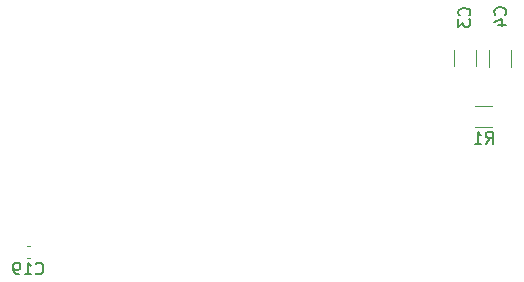
<source format=gbr>
G04 #@! TF.GenerationSoftware,KiCad,Pcbnew,(6.0.0)*
G04 #@! TF.CreationDate,2023-01-21T17:32:24+03:00*
G04 #@! TF.ProjectId,dspmodule,6473706d-6f64-4756-9c65-2e6b69636164,rev?*
G04 #@! TF.SameCoordinates,Original*
G04 #@! TF.FileFunction,Legend,Bot*
G04 #@! TF.FilePolarity,Positive*
%FSLAX46Y46*%
G04 Gerber Fmt 4.6, Leading zero omitted, Abs format (unit mm)*
G04 Created by KiCad (PCBNEW (6.0.0)) date 2023-01-21 17:32:24*
%MOMM*%
%LPD*%
G01*
G04 APERTURE LIST*
%ADD10C,0.150000*%
%ADD11C,0.120000*%
G04 APERTURE END LIST*
D10*
X216767142Y-98163333D02*
X216814761Y-98115714D01*
X216862380Y-97972857D01*
X216862380Y-97877619D01*
X216814761Y-97734761D01*
X216719523Y-97639523D01*
X216624285Y-97591904D01*
X216433809Y-97544285D01*
X216290952Y-97544285D01*
X216100476Y-97591904D01*
X216005238Y-97639523D01*
X215910000Y-97734761D01*
X215862380Y-97877619D01*
X215862380Y-97972857D01*
X215910000Y-98115714D01*
X215957619Y-98163333D01*
X215862380Y-98496666D02*
X215862380Y-99115714D01*
X216243333Y-98782380D01*
X216243333Y-98925238D01*
X216290952Y-99020476D01*
X216338571Y-99068095D01*
X216433809Y-99115714D01*
X216671904Y-99115714D01*
X216767142Y-99068095D01*
X216814761Y-99020476D01*
X216862380Y-98925238D01*
X216862380Y-98639523D01*
X216814761Y-98544285D01*
X216767142Y-98496666D01*
X219807142Y-98113333D02*
X219854761Y-98065714D01*
X219902380Y-97922857D01*
X219902380Y-97827619D01*
X219854761Y-97684761D01*
X219759523Y-97589523D01*
X219664285Y-97541904D01*
X219473809Y-97494285D01*
X219330952Y-97494285D01*
X219140476Y-97541904D01*
X219045238Y-97589523D01*
X218950000Y-97684761D01*
X218902380Y-97827619D01*
X218902380Y-97922857D01*
X218950000Y-98065714D01*
X218997619Y-98113333D01*
X219235714Y-98970476D02*
X219902380Y-98970476D01*
X218854761Y-98732380D02*
X219569047Y-98494285D01*
X219569047Y-99113333D01*
X218186666Y-109022380D02*
X218520000Y-108546190D01*
X218758095Y-109022380D02*
X218758095Y-108022380D01*
X218377142Y-108022380D01*
X218281904Y-108070000D01*
X218234285Y-108117619D01*
X218186666Y-108212857D01*
X218186666Y-108355714D01*
X218234285Y-108450952D01*
X218281904Y-108498571D01*
X218377142Y-108546190D01*
X218758095Y-108546190D01*
X217234285Y-109022380D02*
X217805714Y-109022380D01*
X217520000Y-109022380D02*
X217520000Y-108022380D01*
X217615238Y-108165238D01*
X217710476Y-108260476D01*
X217805714Y-108308095D01*
X180087857Y-120007142D02*
X180135476Y-120054761D01*
X180278333Y-120102380D01*
X180373571Y-120102380D01*
X180516428Y-120054761D01*
X180611666Y-119959523D01*
X180659285Y-119864285D01*
X180706904Y-119673809D01*
X180706904Y-119530952D01*
X180659285Y-119340476D01*
X180611666Y-119245238D01*
X180516428Y-119150000D01*
X180373571Y-119102380D01*
X180278333Y-119102380D01*
X180135476Y-119150000D01*
X180087857Y-119197619D01*
X179135476Y-120102380D02*
X179706904Y-120102380D01*
X179421190Y-120102380D02*
X179421190Y-119102380D01*
X179516428Y-119245238D01*
X179611666Y-119340476D01*
X179706904Y-119388095D01*
X178659285Y-120102380D02*
X178468809Y-120102380D01*
X178373571Y-120054761D01*
X178325952Y-120007142D01*
X178230714Y-119864285D01*
X178183095Y-119673809D01*
X178183095Y-119292857D01*
X178230714Y-119197619D01*
X178278333Y-119150000D01*
X178373571Y-119102380D01*
X178564047Y-119102380D01*
X178659285Y-119150000D01*
X178706904Y-119197619D01*
X178754523Y-119292857D01*
X178754523Y-119530952D01*
X178706904Y-119626190D01*
X178659285Y-119673809D01*
X178564047Y-119721428D01*
X178373571Y-119721428D01*
X178278333Y-119673809D01*
X178230714Y-119626190D01*
X178183095Y-119530952D01*
D11*
X215510000Y-101066248D02*
X215510000Y-102488752D01*
X217330000Y-101066248D02*
X217330000Y-102488752D01*
X218490000Y-101096248D02*
X218490000Y-102518752D01*
X220310000Y-101096248D02*
X220310000Y-102518752D01*
X217292936Y-105840000D02*
X218747064Y-105840000D01*
X217292936Y-107660000D02*
X218747064Y-107660000D01*
X179298733Y-117710000D02*
X179591267Y-117710000D01*
X179298733Y-118730000D02*
X179591267Y-118730000D01*
M02*

</source>
